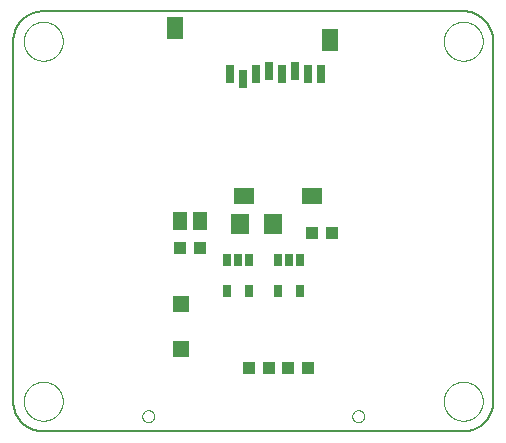
<source format=gtp>
G75*
%MOIN*%
%OFA0B0*%
%FSLAX25Y25*%
%IPPOS*%
%LPD*%
%AMOC8*
5,1,8,0,0,1.08239X$1,22.5*
%
%ADD10C,0.00800*%
%ADD11R,0.04331X0.03937*%
%ADD12R,0.05512X0.05512*%
%ADD13R,0.03150X0.05906*%
%ADD14R,0.05512X0.07480*%
%ADD15R,0.07087X0.05512*%
%ADD16R,0.05118X0.05906*%
%ADD17R,0.02717X0.03898*%
%ADD18R,0.03937X0.04331*%
%ADD19R,0.06299X0.07087*%
%ADD20C,0.00000*%
D10*
X0010000Y0000000D02*
X0150000Y0000000D01*
X0150242Y0000003D01*
X0150483Y0000012D01*
X0150724Y0000026D01*
X0150965Y0000047D01*
X0151205Y0000073D01*
X0151445Y0000105D01*
X0151684Y0000143D01*
X0151921Y0000186D01*
X0152158Y0000236D01*
X0152393Y0000291D01*
X0152627Y0000351D01*
X0152859Y0000418D01*
X0153090Y0000489D01*
X0153319Y0000567D01*
X0153546Y0000650D01*
X0153771Y0000738D01*
X0153994Y0000832D01*
X0154214Y0000931D01*
X0154432Y0001036D01*
X0154647Y0001145D01*
X0154860Y0001260D01*
X0155070Y0001380D01*
X0155276Y0001505D01*
X0155480Y0001635D01*
X0155681Y0001770D01*
X0155878Y0001910D01*
X0156072Y0002054D01*
X0156262Y0002203D01*
X0156448Y0002357D01*
X0156631Y0002515D01*
X0156810Y0002677D01*
X0156985Y0002844D01*
X0157156Y0003015D01*
X0157323Y0003190D01*
X0157485Y0003369D01*
X0157643Y0003552D01*
X0157797Y0003738D01*
X0157946Y0003928D01*
X0158090Y0004122D01*
X0158230Y0004319D01*
X0158365Y0004520D01*
X0158495Y0004724D01*
X0158620Y0004930D01*
X0158740Y0005140D01*
X0158855Y0005353D01*
X0158964Y0005568D01*
X0159069Y0005786D01*
X0159168Y0006006D01*
X0159262Y0006229D01*
X0159350Y0006454D01*
X0159433Y0006681D01*
X0159511Y0006910D01*
X0159582Y0007141D01*
X0159649Y0007373D01*
X0159709Y0007607D01*
X0159764Y0007842D01*
X0159814Y0008079D01*
X0159857Y0008316D01*
X0159895Y0008555D01*
X0159927Y0008795D01*
X0159953Y0009035D01*
X0159974Y0009276D01*
X0159988Y0009517D01*
X0159997Y0009758D01*
X0160000Y0010000D01*
X0160000Y0130000D01*
X0159997Y0130242D01*
X0159988Y0130483D01*
X0159974Y0130724D01*
X0159953Y0130965D01*
X0159927Y0131205D01*
X0159895Y0131445D01*
X0159857Y0131684D01*
X0159814Y0131921D01*
X0159764Y0132158D01*
X0159709Y0132393D01*
X0159649Y0132627D01*
X0159582Y0132859D01*
X0159511Y0133090D01*
X0159433Y0133319D01*
X0159350Y0133546D01*
X0159262Y0133771D01*
X0159168Y0133994D01*
X0159069Y0134214D01*
X0158964Y0134432D01*
X0158855Y0134647D01*
X0158740Y0134860D01*
X0158620Y0135070D01*
X0158495Y0135276D01*
X0158365Y0135480D01*
X0158230Y0135681D01*
X0158090Y0135878D01*
X0157946Y0136072D01*
X0157797Y0136262D01*
X0157643Y0136448D01*
X0157485Y0136631D01*
X0157323Y0136810D01*
X0157156Y0136985D01*
X0156985Y0137156D01*
X0156810Y0137323D01*
X0156631Y0137485D01*
X0156448Y0137643D01*
X0156262Y0137797D01*
X0156072Y0137946D01*
X0155878Y0138090D01*
X0155681Y0138230D01*
X0155480Y0138365D01*
X0155276Y0138495D01*
X0155070Y0138620D01*
X0154860Y0138740D01*
X0154647Y0138855D01*
X0154432Y0138964D01*
X0154214Y0139069D01*
X0153994Y0139168D01*
X0153771Y0139262D01*
X0153546Y0139350D01*
X0153319Y0139433D01*
X0153090Y0139511D01*
X0152859Y0139582D01*
X0152627Y0139649D01*
X0152393Y0139709D01*
X0152158Y0139764D01*
X0151921Y0139814D01*
X0151684Y0139857D01*
X0151445Y0139895D01*
X0151205Y0139927D01*
X0150965Y0139953D01*
X0150724Y0139974D01*
X0150483Y0139988D01*
X0150242Y0139997D01*
X0150000Y0140000D01*
X0010000Y0140000D01*
X0009758Y0139997D01*
X0009517Y0139988D01*
X0009276Y0139974D01*
X0009035Y0139953D01*
X0008795Y0139927D01*
X0008555Y0139895D01*
X0008316Y0139857D01*
X0008079Y0139814D01*
X0007842Y0139764D01*
X0007607Y0139709D01*
X0007373Y0139649D01*
X0007141Y0139582D01*
X0006910Y0139511D01*
X0006681Y0139433D01*
X0006454Y0139350D01*
X0006229Y0139262D01*
X0006006Y0139168D01*
X0005786Y0139069D01*
X0005568Y0138964D01*
X0005353Y0138855D01*
X0005140Y0138740D01*
X0004930Y0138620D01*
X0004724Y0138495D01*
X0004520Y0138365D01*
X0004319Y0138230D01*
X0004122Y0138090D01*
X0003928Y0137946D01*
X0003738Y0137797D01*
X0003552Y0137643D01*
X0003369Y0137485D01*
X0003190Y0137323D01*
X0003015Y0137156D01*
X0002844Y0136985D01*
X0002677Y0136810D01*
X0002515Y0136631D01*
X0002357Y0136448D01*
X0002203Y0136262D01*
X0002054Y0136072D01*
X0001910Y0135878D01*
X0001770Y0135681D01*
X0001635Y0135480D01*
X0001505Y0135276D01*
X0001380Y0135070D01*
X0001260Y0134860D01*
X0001145Y0134647D01*
X0001036Y0134432D01*
X0000931Y0134214D01*
X0000832Y0133994D01*
X0000738Y0133771D01*
X0000650Y0133546D01*
X0000567Y0133319D01*
X0000489Y0133090D01*
X0000418Y0132859D01*
X0000351Y0132627D01*
X0000291Y0132393D01*
X0000236Y0132158D01*
X0000186Y0131921D01*
X0000143Y0131684D01*
X0000105Y0131445D01*
X0000073Y0131205D01*
X0000047Y0130965D01*
X0000026Y0130724D01*
X0000012Y0130483D01*
X0000003Y0130242D01*
X0000000Y0130000D01*
X0000000Y0010000D01*
X0000003Y0009758D01*
X0000012Y0009517D01*
X0000026Y0009276D01*
X0000047Y0009035D01*
X0000073Y0008795D01*
X0000105Y0008555D01*
X0000143Y0008316D01*
X0000186Y0008079D01*
X0000236Y0007842D01*
X0000291Y0007607D01*
X0000351Y0007373D01*
X0000418Y0007141D01*
X0000489Y0006910D01*
X0000567Y0006681D01*
X0000650Y0006454D01*
X0000738Y0006229D01*
X0000832Y0006006D01*
X0000931Y0005786D01*
X0001036Y0005568D01*
X0001145Y0005353D01*
X0001260Y0005140D01*
X0001380Y0004930D01*
X0001505Y0004724D01*
X0001635Y0004520D01*
X0001770Y0004319D01*
X0001910Y0004122D01*
X0002054Y0003928D01*
X0002203Y0003738D01*
X0002357Y0003552D01*
X0002515Y0003369D01*
X0002677Y0003190D01*
X0002844Y0003015D01*
X0003015Y0002844D01*
X0003190Y0002677D01*
X0003369Y0002515D01*
X0003552Y0002357D01*
X0003738Y0002203D01*
X0003928Y0002054D01*
X0004122Y0001910D01*
X0004319Y0001770D01*
X0004520Y0001635D01*
X0004724Y0001505D01*
X0004930Y0001380D01*
X0005140Y0001260D01*
X0005353Y0001145D01*
X0005568Y0001036D01*
X0005786Y0000931D01*
X0006006Y0000832D01*
X0006229Y0000738D01*
X0006454Y0000650D01*
X0006681Y0000567D01*
X0006910Y0000489D01*
X0007141Y0000418D01*
X0007373Y0000351D01*
X0007607Y0000291D01*
X0007842Y0000236D01*
X0008079Y0000186D01*
X0008316Y0000143D01*
X0008555Y0000105D01*
X0008795Y0000073D01*
X0009035Y0000047D01*
X0009276Y0000026D01*
X0009517Y0000012D01*
X0009758Y0000003D01*
X0010000Y0000000D01*
D11*
X0055654Y0061000D03*
X0062346Y0061000D03*
D12*
X0056000Y0042480D03*
X0056000Y0027520D03*
D13*
X0076634Y0117551D03*
X0072303Y0119126D03*
X0080965Y0119126D03*
X0085295Y0119913D03*
X0089626Y0119126D03*
X0093957Y0119913D03*
X0098287Y0119126D03*
X0102618Y0119126D03*
D14*
X0105728Y0130346D03*
X0053957Y0134283D03*
D15*
X0076988Y0078575D03*
X0099429Y0078575D03*
D16*
X0062346Y0070000D03*
X0055654Y0070000D03*
D17*
X0071260Y0057079D03*
X0075000Y0057079D03*
X0078740Y0057079D03*
X0088260Y0057079D03*
X0092000Y0057079D03*
X0095740Y0057079D03*
X0095740Y0046882D03*
X0088260Y0046882D03*
X0078740Y0046882D03*
X0071260Y0046882D03*
D18*
X0099654Y0066000D03*
X0106346Y0066000D03*
X0098346Y0021000D03*
X0091654Y0021000D03*
X0085346Y0021000D03*
X0078654Y0021000D03*
D19*
X0075488Y0069000D03*
X0086512Y0069000D03*
D20*
X0143500Y0010000D02*
X0143502Y0010161D01*
X0143508Y0010321D01*
X0143518Y0010482D01*
X0143532Y0010642D01*
X0143550Y0010802D01*
X0143571Y0010961D01*
X0143597Y0011120D01*
X0143627Y0011278D01*
X0143660Y0011435D01*
X0143698Y0011592D01*
X0143739Y0011747D01*
X0143784Y0011901D01*
X0143833Y0012054D01*
X0143886Y0012206D01*
X0143942Y0012357D01*
X0144003Y0012506D01*
X0144066Y0012654D01*
X0144134Y0012800D01*
X0144205Y0012944D01*
X0144279Y0013086D01*
X0144357Y0013227D01*
X0144439Y0013365D01*
X0144524Y0013502D01*
X0144612Y0013636D01*
X0144704Y0013768D01*
X0144799Y0013898D01*
X0144897Y0014026D01*
X0144998Y0014151D01*
X0145102Y0014273D01*
X0145209Y0014393D01*
X0145319Y0014510D01*
X0145432Y0014625D01*
X0145548Y0014736D01*
X0145667Y0014845D01*
X0145788Y0014950D01*
X0145912Y0015053D01*
X0146038Y0015153D01*
X0146166Y0015249D01*
X0146297Y0015342D01*
X0146431Y0015432D01*
X0146566Y0015519D01*
X0146704Y0015602D01*
X0146843Y0015682D01*
X0146985Y0015758D01*
X0147128Y0015831D01*
X0147273Y0015900D01*
X0147420Y0015966D01*
X0147568Y0016028D01*
X0147718Y0016086D01*
X0147869Y0016141D01*
X0148022Y0016192D01*
X0148176Y0016239D01*
X0148331Y0016282D01*
X0148487Y0016321D01*
X0148643Y0016357D01*
X0148801Y0016388D01*
X0148959Y0016416D01*
X0149118Y0016440D01*
X0149278Y0016460D01*
X0149438Y0016476D01*
X0149598Y0016488D01*
X0149759Y0016496D01*
X0149920Y0016500D01*
X0150080Y0016500D01*
X0150241Y0016496D01*
X0150402Y0016488D01*
X0150562Y0016476D01*
X0150722Y0016460D01*
X0150882Y0016440D01*
X0151041Y0016416D01*
X0151199Y0016388D01*
X0151357Y0016357D01*
X0151513Y0016321D01*
X0151669Y0016282D01*
X0151824Y0016239D01*
X0151978Y0016192D01*
X0152131Y0016141D01*
X0152282Y0016086D01*
X0152432Y0016028D01*
X0152580Y0015966D01*
X0152727Y0015900D01*
X0152872Y0015831D01*
X0153015Y0015758D01*
X0153157Y0015682D01*
X0153296Y0015602D01*
X0153434Y0015519D01*
X0153569Y0015432D01*
X0153703Y0015342D01*
X0153834Y0015249D01*
X0153962Y0015153D01*
X0154088Y0015053D01*
X0154212Y0014950D01*
X0154333Y0014845D01*
X0154452Y0014736D01*
X0154568Y0014625D01*
X0154681Y0014510D01*
X0154791Y0014393D01*
X0154898Y0014273D01*
X0155002Y0014151D01*
X0155103Y0014026D01*
X0155201Y0013898D01*
X0155296Y0013768D01*
X0155388Y0013636D01*
X0155476Y0013502D01*
X0155561Y0013365D01*
X0155643Y0013227D01*
X0155721Y0013086D01*
X0155795Y0012944D01*
X0155866Y0012800D01*
X0155934Y0012654D01*
X0155997Y0012506D01*
X0156058Y0012357D01*
X0156114Y0012206D01*
X0156167Y0012054D01*
X0156216Y0011901D01*
X0156261Y0011747D01*
X0156302Y0011592D01*
X0156340Y0011435D01*
X0156373Y0011278D01*
X0156403Y0011120D01*
X0156429Y0010961D01*
X0156450Y0010802D01*
X0156468Y0010642D01*
X0156482Y0010482D01*
X0156492Y0010321D01*
X0156498Y0010161D01*
X0156500Y0010000D01*
X0156498Y0009839D01*
X0156492Y0009679D01*
X0156482Y0009518D01*
X0156468Y0009358D01*
X0156450Y0009198D01*
X0156429Y0009039D01*
X0156403Y0008880D01*
X0156373Y0008722D01*
X0156340Y0008565D01*
X0156302Y0008408D01*
X0156261Y0008253D01*
X0156216Y0008099D01*
X0156167Y0007946D01*
X0156114Y0007794D01*
X0156058Y0007643D01*
X0155997Y0007494D01*
X0155934Y0007346D01*
X0155866Y0007200D01*
X0155795Y0007056D01*
X0155721Y0006914D01*
X0155643Y0006773D01*
X0155561Y0006635D01*
X0155476Y0006498D01*
X0155388Y0006364D01*
X0155296Y0006232D01*
X0155201Y0006102D01*
X0155103Y0005974D01*
X0155002Y0005849D01*
X0154898Y0005727D01*
X0154791Y0005607D01*
X0154681Y0005490D01*
X0154568Y0005375D01*
X0154452Y0005264D01*
X0154333Y0005155D01*
X0154212Y0005050D01*
X0154088Y0004947D01*
X0153962Y0004847D01*
X0153834Y0004751D01*
X0153703Y0004658D01*
X0153569Y0004568D01*
X0153434Y0004481D01*
X0153296Y0004398D01*
X0153157Y0004318D01*
X0153015Y0004242D01*
X0152872Y0004169D01*
X0152727Y0004100D01*
X0152580Y0004034D01*
X0152432Y0003972D01*
X0152282Y0003914D01*
X0152131Y0003859D01*
X0151978Y0003808D01*
X0151824Y0003761D01*
X0151669Y0003718D01*
X0151513Y0003679D01*
X0151357Y0003643D01*
X0151199Y0003612D01*
X0151041Y0003584D01*
X0150882Y0003560D01*
X0150722Y0003540D01*
X0150562Y0003524D01*
X0150402Y0003512D01*
X0150241Y0003504D01*
X0150080Y0003500D01*
X0149920Y0003500D01*
X0149759Y0003504D01*
X0149598Y0003512D01*
X0149438Y0003524D01*
X0149278Y0003540D01*
X0149118Y0003560D01*
X0148959Y0003584D01*
X0148801Y0003612D01*
X0148643Y0003643D01*
X0148487Y0003679D01*
X0148331Y0003718D01*
X0148176Y0003761D01*
X0148022Y0003808D01*
X0147869Y0003859D01*
X0147718Y0003914D01*
X0147568Y0003972D01*
X0147420Y0004034D01*
X0147273Y0004100D01*
X0147128Y0004169D01*
X0146985Y0004242D01*
X0146843Y0004318D01*
X0146704Y0004398D01*
X0146566Y0004481D01*
X0146431Y0004568D01*
X0146297Y0004658D01*
X0146166Y0004751D01*
X0146038Y0004847D01*
X0145912Y0004947D01*
X0145788Y0005050D01*
X0145667Y0005155D01*
X0145548Y0005264D01*
X0145432Y0005375D01*
X0145319Y0005490D01*
X0145209Y0005607D01*
X0145102Y0005727D01*
X0144998Y0005849D01*
X0144897Y0005974D01*
X0144799Y0006102D01*
X0144704Y0006232D01*
X0144612Y0006364D01*
X0144524Y0006498D01*
X0144439Y0006635D01*
X0144357Y0006773D01*
X0144279Y0006914D01*
X0144205Y0007056D01*
X0144134Y0007200D01*
X0144066Y0007346D01*
X0144003Y0007494D01*
X0143942Y0007643D01*
X0143886Y0007794D01*
X0143833Y0007946D01*
X0143784Y0008099D01*
X0143739Y0008253D01*
X0143698Y0008408D01*
X0143660Y0008565D01*
X0143627Y0008722D01*
X0143597Y0008880D01*
X0143571Y0009039D01*
X0143550Y0009198D01*
X0143532Y0009358D01*
X0143518Y0009518D01*
X0143508Y0009679D01*
X0143502Y0009839D01*
X0143500Y0010000D01*
X0113000Y0005000D02*
X0113002Y0005089D01*
X0113008Y0005178D01*
X0113018Y0005267D01*
X0113032Y0005355D01*
X0113049Y0005442D01*
X0113071Y0005528D01*
X0113097Y0005614D01*
X0113126Y0005698D01*
X0113159Y0005781D01*
X0113195Y0005862D01*
X0113236Y0005942D01*
X0113279Y0006019D01*
X0113326Y0006095D01*
X0113377Y0006168D01*
X0113430Y0006239D01*
X0113487Y0006308D01*
X0113547Y0006374D01*
X0113610Y0006438D01*
X0113675Y0006498D01*
X0113743Y0006556D01*
X0113814Y0006610D01*
X0113887Y0006661D01*
X0113962Y0006709D01*
X0114039Y0006754D01*
X0114118Y0006795D01*
X0114199Y0006832D01*
X0114281Y0006866D01*
X0114365Y0006897D01*
X0114450Y0006923D01*
X0114536Y0006946D01*
X0114623Y0006964D01*
X0114711Y0006979D01*
X0114800Y0006990D01*
X0114889Y0006997D01*
X0114978Y0007000D01*
X0115067Y0006999D01*
X0115156Y0006994D01*
X0115244Y0006985D01*
X0115333Y0006972D01*
X0115420Y0006955D01*
X0115507Y0006935D01*
X0115593Y0006910D01*
X0115677Y0006882D01*
X0115760Y0006850D01*
X0115842Y0006814D01*
X0115922Y0006775D01*
X0116000Y0006732D01*
X0116076Y0006686D01*
X0116150Y0006636D01*
X0116222Y0006583D01*
X0116291Y0006527D01*
X0116358Y0006468D01*
X0116422Y0006406D01*
X0116483Y0006342D01*
X0116542Y0006274D01*
X0116597Y0006204D01*
X0116649Y0006132D01*
X0116698Y0006057D01*
X0116743Y0005981D01*
X0116785Y0005902D01*
X0116823Y0005822D01*
X0116858Y0005740D01*
X0116889Y0005656D01*
X0116917Y0005571D01*
X0116940Y0005485D01*
X0116960Y0005398D01*
X0116976Y0005311D01*
X0116988Y0005222D01*
X0116996Y0005134D01*
X0117000Y0005045D01*
X0117000Y0004955D01*
X0116996Y0004866D01*
X0116988Y0004778D01*
X0116976Y0004689D01*
X0116960Y0004602D01*
X0116940Y0004515D01*
X0116917Y0004429D01*
X0116889Y0004344D01*
X0116858Y0004260D01*
X0116823Y0004178D01*
X0116785Y0004098D01*
X0116743Y0004019D01*
X0116698Y0003943D01*
X0116649Y0003868D01*
X0116597Y0003796D01*
X0116542Y0003726D01*
X0116483Y0003658D01*
X0116422Y0003594D01*
X0116358Y0003532D01*
X0116291Y0003473D01*
X0116222Y0003417D01*
X0116150Y0003364D01*
X0116076Y0003314D01*
X0116000Y0003268D01*
X0115922Y0003225D01*
X0115842Y0003186D01*
X0115760Y0003150D01*
X0115677Y0003118D01*
X0115593Y0003090D01*
X0115507Y0003065D01*
X0115420Y0003045D01*
X0115333Y0003028D01*
X0115244Y0003015D01*
X0115156Y0003006D01*
X0115067Y0003001D01*
X0114978Y0003000D01*
X0114889Y0003003D01*
X0114800Y0003010D01*
X0114711Y0003021D01*
X0114623Y0003036D01*
X0114536Y0003054D01*
X0114450Y0003077D01*
X0114365Y0003103D01*
X0114281Y0003134D01*
X0114199Y0003168D01*
X0114118Y0003205D01*
X0114039Y0003246D01*
X0113962Y0003291D01*
X0113887Y0003339D01*
X0113814Y0003390D01*
X0113743Y0003444D01*
X0113675Y0003502D01*
X0113610Y0003562D01*
X0113547Y0003626D01*
X0113487Y0003692D01*
X0113430Y0003761D01*
X0113377Y0003832D01*
X0113326Y0003905D01*
X0113279Y0003981D01*
X0113236Y0004058D01*
X0113195Y0004138D01*
X0113159Y0004219D01*
X0113126Y0004302D01*
X0113097Y0004386D01*
X0113071Y0004472D01*
X0113049Y0004558D01*
X0113032Y0004645D01*
X0113018Y0004733D01*
X0113008Y0004822D01*
X0113002Y0004911D01*
X0113000Y0005000D01*
X0043000Y0005000D02*
X0043002Y0005089D01*
X0043008Y0005178D01*
X0043018Y0005267D01*
X0043032Y0005355D01*
X0043049Y0005442D01*
X0043071Y0005528D01*
X0043097Y0005614D01*
X0043126Y0005698D01*
X0043159Y0005781D01*
X0043195Y0005862D01*
X0043236Y0005942D01*
X0043279Y0006019D01*
X0043326Y0006095D01*
X0043377Y0006168D01*
X0043430Y0006239D01*
X0043487Y0006308D01*
X0043547Y0006374D01*
X0043610Y0006438D01*
X0043675Y0006498D01*
X0043743Y0006556D01*
X0043814Y0006610D01*
X0043887Y0006661D01*
X0043962Y0006709D01*
X0044039Y0006754D01*
X0044118Y0006795D01*
X0044199Y0006832D01*
X0044281Y0006866D01*
X0044365Y0006897D01*
X0044450Y0006923D01*
X0044536Y0006946D01*
X0044623Y0006964D01*
X0044711Y0006979D01*
X0044800Y0006990D01*
X0044889Y0006997D01*
X0044978Y0007000D01*
X0045067Y0006999D01*
X0045156Y0006994D01*
X0045244Y0006985D01*
X0045333Y0006972D01*
X0045420Y0006955D01*
X0045507Y0006935D01*
X0045593Y0006910D01*
X0045677Y0006882D01*
X0045760Y0006850D01*
X0045842Y0006814D01*
X0045922Y0006775D01*
X0046000Y0006732D01*
X0046076Y0006686D01*
X0046150Y0006636D01*
X0046222Y0006583D01*
X0046291Y0006527D01*
X0046358Y0006468D01*
X0046422Y0006406D01*
X0046483Y0006342D01*
X0046542Y0006274D01*
X0046597Y0006204D01*
X0046649Y0006132D01*
X0046698Y0006057D01*
X0046743Y0005981D01*
X0046785Y0005902D01*
X0046823Y0005822D01*
X0046858Y0005740D01*
X0046889Y0005656D01*
X0046917Y0005571D01*
X0046940Y0005485D01*
X0046960Y0005398D01*
X0046976Y0005311D01*
X0046988Y0005222D01*
X0046996Y0005134D01*
X0047000Y0005045D01*
X0047000Y0004955D01*
X0046996Y0004866D01*
X0046988Y0004778D01*
X0046976Y0004689D01*
X0046960Y0004602D01*
X0046940Y0004515D01*
X0046917Y0004429D01*
X0046889Y0004344D01*
X0046858Y0004260D01*
X0046823Y0004178D01*
X0046785Y0004098D01*
X0046743Y0004019D01*
X0046698Y0003943D01*
X0046649Y0003868D01*
X0046597Y0003796D01*
X0046542Y0003726D01*
X0046483Y0003658D01*
X0046422Y0003594D01*
X0046358Y0003532D01*
X0046291Y0003473D01*
X0046222Y0003417D01*
X0046150Y0003364D01*
X0046076Y0003314D01*
X0046000Y0003268D01*
X0045922Y0003225D01*
X0045842Y0003186D01*
X0045760Y0003150D01*
X0045677Y0003118D01*
X0045593Y0003090D01*
X0045507Y0003065D01*
X0045420Y0003045D01*
X0045333Y0003028D01*
X0045244Y0003015D01*
X0045156Y0003006D01*
X0045067Y0003001D01*
X0044978Y0003000D01*
X0044889Y0003003D01*
X0044800Y0003010D01*
X0044711Y0003021D01*
X0044623Y0003036D01*
X0044536Y0003054D01*
X0044450Y0003077D01*
X0044365Y0003103D01*
X0044281Y0003134D01*
X0044199Y0003168D01*
X0044118Y0003205D01*
X0044039Y0003246D01*
X0043962Y0003291D01*
X0043887Y0003339D01*
X0043814Y0003390D01*
X0043743Y0003444D01*
X0043675Y0003502D01*
X0043610Y0003562D01*
X0043547Y0003626D01*
X0043487Y0003692D01*
X0043430Y0003761D01*
X0043377Y0003832D01*
X0043326Y0003905D01*
X0043279Y0003981D01*
X0043236Y0004058D01*
X0043195Y0004138D01*
X0043159Y0004219D01*
X0043126Y0004302D01*
X0043097Y0004386D01*
X0043071Y0004472D01*
X0043049Y0004558D01*
X0043032Y0004645D01*
X0043018Y0004733D01*
X0043008Y0004822D01*
X0043002Y0004911D01*
X0043000Y0005000D01*
X0003500Y0010000D02*
X0003502Y0010161D01*
X0003508Y0010321D01*
X0003518Y0010482D01*
X0003532Y0010642D01*
X0003550Y0010802D01*
X0003571Y0010961D01*
X0003597Y0011120D01*
X0003627Y0011278D01*
X0003660Y0011435D01*
X0003698Y0011592D01*
X0003739Y0011747D01*
X0003784Y0011901D01*
X0003833Y0012054D01*
X0003886Y0012206D01*
X0003942Y0012357D01*
X0004003Y0012506D01*
X0004066Y0012654D01*
X0004134Y0012800D01*
X0004205Y0012944D01*
X0004279Y0013086D01*
X0004357Y0013227D01*
X0004439Y0013365D01*
X0004524Y0013502D01*
X0004612Y0013636D01*
X0004704Y0013768D01*
X0004799Y0013898D01*
X0004897Y0014026D01*
X0004998Y0014151D01*
X0005102Y0014273D01*
X0005209Y0014393D01*
X0005319Y0014510D01*
X0005432Y0014625D01*
X0005548Y0014736D01*
X0005667Y0014845D01*
X0005788Y0014950D01*
X0005912Y0015053D01*
X0006038Y0015153D01*
X0006166Y0015249D01*
X0006297Y0015342D01*
X0006431Y0015432D01*
X0006566Y0015519D01*
X0006704Y0015602D01*
X0006843Y0015682D01*
X0006985Y0015758D01*
X0007128Y0015831D01*
X0007273Y0015900D01*
X0007420Y0015966D01*
X0007568Y0016028D01*
X0007718Y0016086D01*
X0007869Y0016141D01*
X0008022Y0016192D01*
X0008176Y0016239D01*
X0008331Y0016282D01*
X0008487Y0016321D01*
X0008643Y0016357D01*
X0008801Y0016388D01*
X0008959Y0016416D01*
X0009118Y0016440D01*
X0009278Y0016460D01*
X0009438Y0016476D01*
X0009598Y0016488D01*
X0009759Y0016496D01*
X0009920Y0016500D01*
X0010080Y0016500D01*
X0010241Y0016496D01*
X0010402Y0016488D01*
X0010562Y0016476D01*
X0010722Y0016460D01*
X0010882Y0016440D01*
X0011041Y0016416D01*
X0011199Y0016388D01*
X0011357Y0016357D01*
X0011513Y0016321D01*
X0011669Y0016282D01*
X0011824Y0016239D01*
X0011978Y0016192D01*
X0012131Y0016141D01*
X0012282Y0016086D01*
X0012432Y0016028D01*
X0012580Y0015966D01*
X0012727Y0015900D01*
X0012872Y0015831D01*
X0013015Y0015758D01*
X0013157Y0015682D01*
X0013296Y0015602D01*
X0013434Y0015519D01*
X0013569Y0015432D01*
X0013703Y0015342D01*
X0013834Y0015249D01*
X0013962Y0015153D01*
X0014088Y0015053D01*
X0014212Y0014950D01*
X0014333Y0014845D01*
X0014452Y0014736D01*
X0014568Y0014625D01*
X0014681Y0014510D01*
X0014791Y0014393D01*
X0014898Y0014273D01*
X0015002Y0014151D01*
X0015103Y0014026D01*
X0015201Y0013898D01*
X0015296Y0013768D01*
X0015388Y0013636D01*
X0015476Y0013502D01*
X0015561Y0013365D01*
X0015643Y0013227D01*
X0015721Y0013086D01*
X0015795Y0012944D01*
X0015866Y0012800D01*
X0015934Y0012654D01*
X0015997Y0012506D01*
X0016058Y0012357D01*
X0016114Y0012206D01*
X0016167Y0012054D01*
X0016216Y0011901D01*
X0016261Y0011747D01*
X0016302Y0011592D01*
X0016340Y0011435D01*
X0016373Y0011278D01*
X0016403Y0011120D01*
X0016429Y0010961D01*
X0016450Y0010802D01*
X0016468Y0010642D01*
X0016482Y0010482D01*
X0016492Y0010321D01*
X0016498Y0010161D01*
X0016500Y0010000D01*
X0016498Y0009839D01*
X0016492Y0009679D01*
X0016482Y0009518D01*
X0016468Y0009358D01*
X0016450Y0009198D01*
X0016429Y0009039D01*
X0016403Y0008880D01*
X0016373Y0008722D01*
X0016340Y0008565D01*
X0016302Y0008408D01*
X0016261Y0008253D01*
X0016216Y0008099D01*
X0016167Y0007946D01*
X0016114Y0007794D01*
X0016058Y0007643D01*
X0015997Y0007494D01*
X0015934Y0007346D01*
X0015866Y0007200D01*
X0015795Y0007056D01*
X0015721Y0006914D01*
X0015643Y0006773D01*
X0015561Y0006635D01*
X0015476Y0006498D01*
X0015388Y0006364D01*
X0015296Y0006232D01*
X0015201Y0006102D01*
X0015103Y0005974D01*
X0015002Y0005849D01*
X0014898Y0005727D01*
X0014791Y0005607D01*
X0014681Y0005490D01*
X0014568Y0005375D01*
X0014452Y0005264D01*
X0014333Y0005155D01*
X0014212Y0005050D01*
X0014088Y0004947D01*
X0013962Y0004847D01*
X0013834Y0004751D01*
X0013703Y0004658D01*
X0013569Y0004568D01*
X0013434Y0004481D01*
X0013296Y0004398D01*
X0013157Y0004318D01*
X0013015Y0004242D01*
X0012872Y0004169D01*
X0012727Y0004100D01*
X0012580Y0004034D01*
X0012432Y0003972D01*
X0012282Y0003914D01*
X0012131Y0003859D01*
X0011978Y0003808D01*
X0011824Y0003761D01*
X0011669Y0003718D01*
X0011513Y0003679D01*
X0011357Y0003643D01*
X0011199Y0003612D01*
X0011041Y0003584D01*
X0010882Y0003560D01*
X0010722Y0003540D01*
X0010562Y0003524D01*
X0010402Y0003512D01*
X0010241Y0003504D01*
X0010080Y0003500D01*
X0009920Y0003500D01*
X0009759Y0003504D01*
X0009598Y0003512D01*
X0009438Y0003524D01*
X0009278Y0003540D01*
X0009118Y0003560D01*
X0008959Y0003584D01*
X0008801Y0003612D01*
X0008643Y0003643D01*
X0008487Y0003679D01*
X0008331Y0003718D01*
X0008176Y0003761D01*
X0008022Y0003808D01*
X0007869Y0003859D01*
X0007718Y0003914D01*
X0007568Y0003972D01*
X0007420Y0004034D01*
X0007273Y0004100D01*
X0007128Y0004169D01*
X0006985Y0004242D01*
X0006843Y0004318D01*
X0006704Y0004398D01*
X0006566Y0004481D01*
X0006431Y0004568D01*
X0006297Y0004658D01*
X0006166Y0004751D01*
X0006038Y0004847D01*
X0005912Y0004947D01*
X0005788Y0005050D01*
X0005667Y0005155D01*
X0005548Y0005264D01*
X0005432Y0005375D01*
X0005319Y0005490D01*
X0005209Y0005607D01*
X0005102Y0005727D01*
X0004998Y0005849D01*
X0004897Y0005974D01*
X0004799Y0006102D01*
X0004704Y0006232D01*
X0004612Y0006364D01*
X0004524Y0006498D01*
X0004439Y0006635D01*
X0004357Y0006773D01*
X0004279Y0006914D01*
X0004205Y0007056D01*
X0004134Y0007200D01*
X0004066Y0007346D01*
X0004003Y0007494D01*
X0003942Y0007643D01*
X0003886Y0007794D01*
X0003833Y0007946D01*
X0003784Y0008099D01*
X0003739Y0008253D01*
X0003698Y0008408D01*
X0003660Y0008565D01*
X0003627Y0008722D01*
X0003597Y0008880D01*
X0003571Y0009039D01*
X0003550Y0009198D01*
X0003532Y0009358D01*
X0003518Y0009518D01*
X0003508Y0009679D01*
X0003502Y0009839D01*
X0003500Y0010000D01*
X0003500Y0130000D02*
X0003502Y0130161D01*
X0003508Y0130321D01*
X0003518Y0130482D01*
X0003532Y0130642D01*
X0003550Y0130802D01*
X0003571Y0130961D01*
X0003597Y0131120D01*
X0003627Y0131278D01*
X0003660Y0131435D01*
X0003698Y0131592D01*
X0003739Y0131747D01*
X0003784Y0131901D01*
X0003833Y0132054D01*
X0003886Y0132206D01*
X0003942Y0132357D01*
X0004003Y0132506D01*
X0004066Y0132654D01*
X0004134Y0132800D01*
X0004205Y0132944D01*
X0004279Y0133086D01*
X0004357Y0133227D01*
X0004439Y0133365D01*
X0004524Y0133502D01*
X0004612Y0133636D01*
X0004704Y0133768D01*
X0004799Y0133898D01*
X0004897Y0134026D01*
X0004998Y0134151D01*
X0005102Y0134273D01*
X0005209Y0134393D01*
X0005319Y0134510D01*
X0005432Y0134625D01*
X0005548Y0134736D01*
X0005667Y0134845D01*
X0005788Y0134950D01*
X0005912Y0135053D01*
X0006038Y0135153D01*
X0006166Y0135249D01*
X0006297Y0135342D01*
X0006431Y0135432D01*
X0006566Y0135519D01*
X0006704Y0135602D01*
X0006843Y0135682D01*
X0006985Y0135758D01*
X0007128Y0135831D01*
X0007273Y0135900D01*
X0007420Y0135966D01*
X0007568Y0136028D01*
X0007718Y0136086D01*
X0007869Y0136141D01*
X0008022Y0136192D01*
X0008176Y0136239D01*
X0008331Y0136282D01*
X0008487Y0136321D01*
X0008643Y0136357D01*
X0008801Y0136388D01*
X0008959Y0136416D01*
X0009118Y0136440D01*
X0009278Y0136460D01*
X0009438Y0136476D01*
X0009598Y0136488D01*
X0009759Y0136496D01*
X0009920Y0136500D01*
X0010080Y0136500D01*
X0010241Y0136496D01*
X0010402Y0136488D01*
X0010562Y0136476D01*
X0010722Y0136460D01*
X0010882Y0136440D01*
X0011041Y0136416D01*
X0011199Y0136388D01*
X0011357Y0136357D01*
X0011513Y0136321D01*
X0011669Y0136282D01*
X0011824Y0136239D01*
X0011978Y0136192D01*
X0012131Y0136141D01*
X0012282Y0136086D01*
X0012432Y0136028D01*
X0012580Y0135966D01*
X0012727Y0135900D01*
X0012872Y0135831D01*
X0013015Y0135758D01*
X0013157Y0135682D01*
X0013296Y0135602D01*
X0013434Y0135519D01*
X0013569Y0135432D01*
X0013703Y0135342D01*
X0013834Y0135249D01*
X0013962Y0135153D01*
X0014088Y0135053D01*
X0014212Y0134950D01*
X0014333Y0134845D01*
X0014452Y0134736D01*
X0014568Y0134625D01*
X0014681Y0134510D01*
X0014791Y0134393D01*
X0014898Y0134273D01*
X0015002Y0134151D01*
X0015103Y0134026D01*
X0015201Y0133898D01*
X0015296Y0133768D01*
X0015388Y0133636D01*
X0015476Y0133502D01*
X0015561Y0133365D01*
X0015643Y0133227D01*
X0015721Y0133086D01*
X0015795Y0132944D01*
X0015866Y0132800D01*
X0015934Y0132654D01*
X0015997Y0132506D01*
X0016058Y0132357D01*
X0016114Y0132206D01*
X0016167Y0132054D01*
X0016216Y0131901D01*
X0016261Y0131747D01*
X0016302Y0131592D01*
X0016340Y0131435D01*
X0016373Y0131278D01*
X0016403Y0131120D01*
X0016429Y0130961D01*
X0016450Y0130802D01*
X0016468Y0130642D01*
X0016482Y0130482D01*
X0016492Y0130321D01*
X0016498Y0130161D01*
X0016500Y0130000D01*
X0016498Y0129839D01*
X0016492Y0129679D01*
X0016482Y0129518D01*
X0016468Y0129358D01*
X0016450Y0129198D01*
X0016429Y0129039D01*
X0016403Y0128880D01*
X0016373Y0128722D01*
X0016340Y0128565D01*
X0016302Y0128408D01*
X0016261Y0128253D01*
X0016216Y0128099D01*
X0016167Y0127946D01*
X0016114Y0127794D01*
X0016058Y0127643D01*
X0015997Y0127494D01*
X0015934Y0127346D01*
X0015866Y0127200D01*
X0015795Y0127056D01*
X0015721Y0126914D01*
X0015643Y0126773D01*
X0015561Y0126635D01*
X0015476Y0126498D01*
X0015388Y0126364D01*
X0015296Y0126232D01*
X0015201Y0126102D01*
X0015103Y0125974D01*
X0015002Y0125849D01*
X0014898Y0125727D01*
X0014791Y0125607D01*
X0014681Y0125490D01*
X0014568Y0125375D01*
X0014452Y0125264D01*
X0014333Y0125155D01*
X0014212Y0125050D01*
X0014088Y0124947D01*
X0013962Y0124847D01*
X0013834Y0124751D01*
X0013703Y0124658D01*
X0013569Y0124568D01*
X0013434Y0124481D01*
X0013296Y0124398D01*
X0013157Y0124318D01*
X0013015Y0124242D01*
X0012872Y0124169D01*
X0012727Y0124100D01*
X0012580Y0124034D01*
X0012432Y0123972D01*
X0012282Y0123914D01*
X0012131Y0123859D01*
X0011978Y0123808D01*
X0011824Y0123761D01*
X0011669Y0123718D01*
X0011513Y0123679D01*
X0011357Y0123643D01*
X0011199Y0123612D01*
X0011041Y0123584D01*
X0010882Y0123560D01*
X0010722Y0123540D01*
X0010562Y0123524D01*
X0010402Y0123512D01*
X0010241Y0123504D01*
X0010080Y0123500D01*
X0009920Y0123500D01*
X0009759Y0123504D01*
X0009598Y0123512D01*
X0009438Y0123524D01*
X0009278Y0123540D01*
X0009118Y0123560D01*
X0008959Y0123584D01*
X0008801Y0123612D01*
X0008643Y0123643D01*
X0008487Y0123679D01*
X0008331Y0123718D01*
X0008176Y0123761D01*
X0008022Y0123808D01*
X0007869Y0123859D01*
X0007718Y0123914D01*
X0007568Y0123972D01*
X0007420Y0124034D01*
X0007273Y0124100D01*
X0007128Y0124169D01*
X0006985Y0124242D01*
X0006843Y0124318D01*
X0006704Y0124398D01*
X0006566Y0124481D01*
X0006431Y0124568D01*
X0006297Y0124658D01*
X0006166Y0124751D01*
X0006038Y0124847D01*
X0005912Y0124947D01*
X0005788Y0125050D01*
X0005667Y0125155D01*
X0005548Y0125264D01*
X0005432Y0125375D01*
X0005319Y0125490D01*
X0005209Y0125607D01*
X0005102Y0125727D01*
X0004998Y0125849D01*
X0004897Y0125974D01*
X0004799Y0126102D01*
X0004704Y0126232D01*
X0004612Y0126364D01*
X0004524Y0126498D01*
X0004439Y0126635D01*
X0004357Y0126773D01*
X0004279Y0126914D01*
X0004205Y0127056D01*
X0004134Y0127200D01*
X0004066Y0127346D01*
X0004003Y0127494D01*
X0003942Y0127643D01*
X0003886Y0127794D01*
X0003833Y0127946D01*
X0003784Y0128099D01*
X0003739Y0128253D01*
X0003698Y0128408D01*
X0003660Y0128565D01*
X0003627Y0128722D01*
X0003597Y0128880D01*
X0003571Y0129039D01*
X0003550Y0129198D01*
X0003532Y0129358D01*
X0003518Y0129518D01*
X0003508Y0129679D01*
X0003502Y0129839D01*
X0003500Y0130000D01*
X0143500Y0130000D02*
X0143502Y0130161D01*
X0143508Y0130321D01*
X0143518Y0130482D01*
X0143532Y0130642D01*
X0143550Y0130802D01*
X0143571Y0130961D01*
X0143597Y0131120D01*
X0143627Y0131278D01*
X0143660Y0131435D01*
X0143698Y0131592D01*
X0143739Y0131747D01*
X0143784Y0131901D01*
X0143833Y0132054D01*
X0143886Y0132206D01*
X0143942Y0132357D01*
X0144003Y0132506D01*
X0144066Y0132654D01*
X0144134Y0132800D01*
X0144205Y0132944D01*
X0144279Y0133086D01*
X0144357Y0133227D01*
X0144439Y0133365D01*
X0144524Y0133502D01*
X0144612Y0133636D01*
X0144704Y0133768D01*
X0144799Y0133898D01*
X0144897Y0134026D01*
X0144998Y0134151D01*
X0145102Y0134273D01*
X0145209Y0134393D01*
X0145319Y0134510D01*
X0145432Y0134625D01*
X0145548Y0134736D01*
X0145667Y0134845D01*
X0145788Y0134950D01*
X0145912Y0135053D01*
X0146038Y0135153D01*
X0146166Y0135249D01*
X0146297Y0135342D01*
X0146431Y0135432D01*
X0146566Y0135519D01*
X0146704Y0135602D01*
X0146843Y0135682D01*
X0146985Y0135758D01*
X0147128Y0135831D01*
X0147273Y0135900D01*
X0147420Y0135966D01*
X0147568Y0136028D01*
X0147718Y0136086D01*
X0147869Y0136141D01*
X0148022Y0136192D01*
X0148176Y0136239D01*
X0148331Y0136282D01*
X0148487Y0136321D01*
X0148643Y0136357D01*
X0148801Y0136388D01*
X0148959Y0136416D01*
X0149118Y0136440D01*
X0149278Y0136460D01*
X0149438Y0136476D01*
X0149598Y0136488D01*
X0149759Y0136496D01*
X0149920Y0136500D01*
X0150080Y0136500D01*
X0150241Y0136496D01*
X0150402Y0136488D01*
X0150562Y0136476D01*
X0150722Y0136460D01*
X0150882Y0136440D01*
X0151041Y0136416D01*
X0151199Y0136388D01*
X0151357Y0136357D01*
X0151513Y0136321D01*
X0151669Y0136282D01*
X0151824Y0136239D01*
X0151978Y0136192D01*
X0152131Y0136141D01*
X0152282Y0136086D01*
X0152432Y0136028D01*
X0152580Y0135966D01*
X0152727Y0135900D01*
X0152872Y0135831D01*
X0153015Y0135758D01*
X0153157Y0135682D01*
X0153296Y0135602D01*
X0153434Y0135519D01*
X0153569Y0135432D01*
X0153703Y0135342D01*
X0153834Y0135249D01*
X0153962Y0135153D01*
X0154088Y0135053D01*
X0154212Y0134950D01*
X0154333Y0134845D01*
X0154452Y0134736D01*
X0154568Y0134625D01*
X0154681Y0134510D01*
X0154791Y0134393D01*
X0154898Y0134273D01*
X0155002Y0134151D01*
X0155103Y0134026D01*
X0155201Y0133898D01*
X0155296Y0133768D01*
X0155388Y0133636D01*
X0155476Y0133502D01*
X0155561Y0133365D01*
X0155643Y0133227D01*
X0155721Y0133086D01*
X0155795Y0132944D01*
X0155866Y0132800D01*
X0155934Y0132654D01*
X0155997Y0132506D01*
X0156058Y0132357D01*
X0156114Y0132206D01*
X0156167Y0132054D01*
X0156216Y0131901D01*
X0156261Y0131747D01*
X0156302Y0131592D01*
X0156340Y0131435D01*
X0156373Y0131278D01*
X0156403Y0131120D01*
X0156429Y0130961D01*
X0156450Y0130802D01*
X0156468Y0130642D01*
X0156482Y0130482D01*
X0156492Y0130321D01*
X0156498Y0130161D01*
X0156500Y0130000D01*
X0156498Y0129839D01*
X0156492Y0129679D01*
X0156482Y0129518D01*
X0156468Y0129358D01*
X0156450Y0129198D01*
X0156429Y0129039D01*
X0156403Y0128880D01*
X0156373Y0128722D01*
X0156340Y0128565D01*
X0156302Y0128408D01*
X0156261Y0128253D01*
X0156216Y0128099D01*
X0156167Y0127946D01*
X0156114Y0127794D01*
X0156058Y0127643D01*
X0155997Y0127494D01*
X0155934Y0127346D01*
X0155866Y0127200D01*
X0155795Y0127056D01*
X0155721Y0126914D01*
X0155643Y0126773D01*
X0155561Y0126635D01*
X0155476Y0126498D01*
X0155388Y0126364D01*
X0155296Y0126232D01*
X0155201Y0126102D01*
X0155103Y0125974D01*
X0155002Y0125849D01*
X0154898Y0125727D01*
X0154791Y0125607D01*
X0154681Y0125490D01*
X0154568Y0125375D01*
X0154452Y0125264D01*
X0154333Y0125155D01*
X0154212Y0125050D01*
X0154088Y0124947D01*
X0153962Y0124847D01*
X0153834Y0124751D01*
X0153703Y0124658D01*
X0153569Y0124568D01*
X0153434Y0124481D01*
X0153296Y0124398D01*
X0153157Y0124318D01*
X0153015Y0124242D01*
X0152872Y0124169D01*
X0152727Y0124100D01*
X0152580Y0124034D01*
X0152432Y0123972D01*
X0152282Y0123914D01*
X0152131Y0123859D01*
X0151978Y0123808D01*
X0151824Y0123761D01*
X0151669Y0123718D01*
X0151513Y0123679D01*
X0151357Y0123643D01*
X0151199Y0123612D01*
X0151041Y0123584D01*
X0150882Y0123560D01*
X0150722Y0123540D01*
X0150562Y0123524D01*
X0150402Y0123512D01*
X0150241Y0123504D01*
X0150080Y0123500D01*
X0149920Y0123500D01*
X0149759Y0123504D01*
X0149598Y0123512D01*
X0149438Y0123524D01*
X0149278Y0123540D01*
X0149118Y0123560D01*
X0148959Y0123584D01*
X0148801Y0123612D01*
X0148643Y0123643D01*
X0148487Y0123679D01*
X0148331Y0123718D01*
X0148176Y0123761D01*
X0148022Y0123808D01*
X0147869Y0123859D01*
X0147718Y0123914D01*
X0147568Y0123972D01*
X0147420Y0124034D01*
X0147273Y0124100D01*
X0147128Y0124169D01*
X0146985Y0124242D01*
X0146843Y0124318D01*
X0146704Y0124398D01*
X0146566Y0124481D01*
X0146431Y0124568D01*
X0146297Y0124658D01*
X0146166Y0124751D01*
X0146038Y0124847D01*
X0145912Y0124947D01*
X0145788Y0125050D01*
X0145667Y0125155D01*
X0145548Y0125264D01*
X0145432Y0125375D01*
X0145319Y0125490D01*
X0145209Y0125607D01*
X0145102Y0125727D01*
X0144998Y0125849D01*
X0144897Y0125974D01*
X0144799Y0126102D01*
X0144704Y0126232D01*
X0144612Y0126364D01*
X0144524Y0126498D01*
X0144439Y0126635D01*
X0144357Y0126773D01*
X0144279Y0126914D01*
X0144205Y0127056D01*
X0144134Y0127200D01*
X0144066Y0127346D01*
X0144003Y0127494D01*
X0143942Y0127643D01*
X0143886Y0127794D01*
X0143833Y0127946D01*
X0143784Y0128099D01*
X0143739Y0128253D01*
X0143698Y0128408D01*
X0143660Y0128565D01*
X0143627Y0128722D01*
X0143597Y0128880D01*
X0143571Y0129039D01*
X0143550Y0129198D01*
X0143532Y0129358D01*
X0143518Y0129518D01*
X0143508Y0129679D01*
X0143502Y0129839D01*
X0143500Y0130000D01*
M02*

</source>
